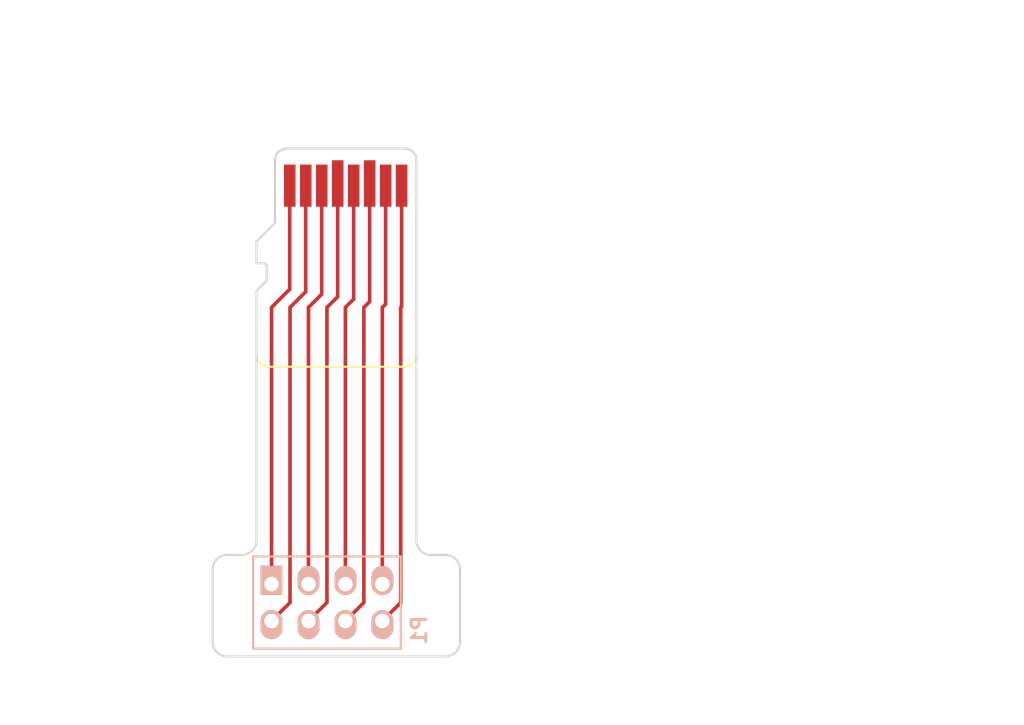
<source format=kicad_pcb>

(kicad_pcb
  (version 4)
  (host pcbnew 4.0.2-stable)
  (general
    (links 8)
    (no_connects 0)
    (area 141.924999 89.949937 159.090001 125.075001)
    (thickness 1.6)
    (drawings 38)
    (tracks 28)
    (zones 0)
    (modules 2)
    (nets 9))
  (page A4)
  (title_block
    (title "Micro SD card adapter")
    (date 2016-02-26)
    (rev 1)
    (company SRPOL)
    (comment 1 "Author: Adam Malinowski <a.malinowsk2@partner.samsung.com>")
    (comment 2 "Copyright (c) 2016 Samsung Electronics Co., Ltd All Rights Reserved"))
  (layers
    (0 F.Cu signal)
    (31 B.Cu signal)
    (32 B.Adhes user)
    (33 F.Adhes user)
    (34 B.Paste user)
    (35 F.Paste user)
    (36 B.SilkS user)
    (37 F.SilkS user)
    (38 B.Mask user)
    (39 F.Mask user)
    (40 Dwgs.User user)
    (41 Cmts.User user)
    (42 Eco1.User user)
    (43 Eco2.User user)
    (44 Edge.Cuts user)
    (45 Margin user)
    (46 B.CrtYd user)
    (47 F.CrtYd user)
    (48 B.Fab user)
    (49 F.Fab user))
  (setup
    (last_trace_width 0.25)
    (trace_clearance 0.1524)
    (zone_clearance 0.508)
    (zone_45_only no)
    (trace_min 0.1524)
    (segment_width 0.15)
    (edge_width 0.15)
    (via_size 0.6)
    (via_drill 0.4)
    (via_min_size 0.4)
    (via_min_drill 0.3)
    (uvia_size 0.3)
    (uvia_drill 0.1)
    (uvias_allowed no)
    (uvia_min_size 0.2)
    (uvia_min_drill 0.1)
    (pcb_text_width 0.3)
    (pcb_text_size 1.5 1.5)
    (mod_edge_width 0.15)
    (mod_text_size 1 1)
    (mod_text_width 0.15)
    (pad_size 0.8 2.9)
    (pad_drill 0)
    (pad_to_mask_clearance 0.2)
    (aux_axis_origin 0 0)
    (visible_elements FFFFFF7F)
    (pcbplotparams
      (layerselection 0x010f0_80000001)
      (usegerberextensions true)
      (excludeedgelayer true)
      (linewidth 0.2)
      (plotframeref false)
      (viasonmask false)
      (mode 1)
      (useauxorigin false)
      (hpglpennumber 1)
      (hpglpenspeed 20)
      (hpglpendiameter 15)
      (hpglpenoverlay 2)
      (psnegative false)
      (psa4output false)
      (plotreference true)
      (plotvalue true)
      (plotinvisibletext false)
      (padsonsilk true)
      (subtractmaskfromsilk false)
      (outputformat 1)
      (mirror false)
      (drillshape 0)
      (scaleselection 1)
      (outputdirectory fabrication-files/)))
  (net 0 "")
  (net 1 /N8)
  (net 2 /N7)
  (net 3 /N6)
  (net 4 /N5)
  (net 5 /N4)
  (net 6 /N3)
  (net 7 /N2)
  (net 8 /N1)
  (net_class Default "This is the default net class."
    (clearance 0.1524)
    (trace_width 0.25)
    (via_dia 0.6)
    (via_drill 0.4)
    (uvia_dia 0.3)
    (uvia_drill 0.1)
    (add_net /N1)
    (add_net /N2)
    (add_net /N3)
    (add_net /N4)
    (add_net /N5)
    (add_net /N6)
    (add_net /N7)
    (add_net /N8))
  (module connectors:PSB_IDC_4x2
    (layer B.Cu)
    (tedit 5.7681e+40)
    (tstamp 57681FCA)
    (at 149.86 121.285)
    (descr "PINS Box 4x2 2.54")
    (tags "CONN DEV")
    (path /561E0431)
    (fp_text reference P1
      (at 6.35 1.905 270)
      (layer B.SilkS)
      (effects
        (font
          (size 1 1)
          (thickness 0.2032))
        (justify mirror)))
    (fp_text value CONN_02X04
      (at 0 -4.445)
      (layer B.SilkS) hide
      (effects
        (font
          (size 1 1)
          (thickness 0.2032))
        (justify mirror)))
    (fp_line
      (start -5.08 3.175)
      (end 5.08 3.175)
      (layer B.SilkS)
      (width 0.15))
    (fp_line
      (start 5.08 3.175)
      (end 5.08 -3.175)
      (layer B.SilkS)
      (width 0.15))
    (fp_line
      (start 5.08 -3.175)
      (end -5.08 -3.175)
      (layer B.SilkS)
      (width 0.15))
    (fp_line
      (start -5.08 -3.175)
      (end -5.08 3.175)
      (layer B.SilkS)
      (width 0.15))
    (pad 8 thru_hole oval
      (at 3.81 1.27)
      (size 1.5 2)
      (drill 1
        (offset 0 0.25))
      (layers *.Cu *.Mask B.SilkS)
      (net 1 /N8))
    (pad 7 thru_hole oval
      (at 3.81 -1.27)
      (size 1.5 2)
      (drill 1
        (offset 0 -0.25))
      (layers *.Cu *.Mask B.SilkS)
      (net 2 /N7))
    (pad 1 thru_hole rect
      (at -3.81 -1.27)
      (size 1.5 2)
      (drill 1
        (offset 0 -0.25))
      (layers *.Cu *.Mask B.SilkS)
      (net 8 /N1))
    (pad 2 thru_hole oval
      (at -3.81 1.27)
      (size 1.5 2)
      (drill 1
        (offset 0 0.25))
      (layers *.Cu *.Mask B.SilkS)
      (net 7 /N2))
    (pad 3 thru_hole oval
      (at -1.27 -1.27)
      (size 1.5 2)
      (drill 1
        (offset 0 -0.25))
      (layers *.Cu *.Mask B.SilkS)
      (net 6 /N3))
    (pad 4 thru_hole oval
      (at -1.27 1.27)
      (size 1.5 2)
      (drill 1
        (offset 0 0.25))
      (layers *.Cu *.Mask B.SilkS)
      (net 5 /N4))
    (pad 5 thru_hole oval
      (at 1.27 -1.27)
      (size 1.5 2)
      (drill 1
        (offset 0 -0.25))
      (layers *.Cu *.Mask B.SilkS)
      (net 4 /N5))
    (pad 6 thru_hole oval
      (at 1.27 1.27)
      (size 1.5 2)
      (drill 1
        (offset 0 0.25))
      (layers *.Cu *.Mask B.SilkS)
      (net 3 /N6)))
  (module connectors:usd
    (layer F.Cu)
    (tedit inf)
    (tstamp 561EEEF7)
    (at 147.3 92.58)
    (path /561E06AA)
    (fp_text reference J1
      (at 3.79 2.35)
      (layer F.SilkS) hide
      (effects
        (font
          (size 1 1)
          (thickness 0.15))))
    (fp_text value usd-plug
      (at 3.64 -2.55)
      (layer F.Fab) hide
      (effects
        (font
          (size 1 1)
          (thickness 0.15))))
    (pad 8 smd rect
      (at 7.7 0)
      (size 0.8 2.9)
      (layers F.Cu F.Paste F.Mask)
      (net 1 /N8))
    (pad 7 smd rect
      (at 6.6 0)
      (size 0.8 2.9)
      (layers F.Cu F.Paste F.Mask)
      (net 2 /N7))
    (pad 6 smd rect
      (at 5.5 -0.15)
      (size 0.8 3.2)
      (layers F.Cu F.Paste F.Mask)
      (net 3 /N6))
    (pad 5 smd rect
      (at 4.4 0)
      (size 0.8 2.9)
      (layers F.Cu F.Paste F.Mask)
      (net 4 /N5))
    (pad 4 smd rect
      (at 3.3 -0.15)
      (size 0.8 3.2)
      (layers F.Cu F.Paste F.Mask)
      (net 5 /N4))
    (pad 3 smd rect
      (at 2.2 0)
      (size 0.8 2.9)
      (layers F.Cu F.Paste F.Mask)
      (net 6 /N3))
    (pad 2 smd rect
      (at 1.1 0)
      (size 0.8 2.9)
      (layers F.Cu F.Paste F.Mask)
      (net 7 /N2))
    (pad 1 smd rect
      (at 0 0)
      (size 0.8 2.9)
      (layers F.Cu F.Paste F.Mask)
      (net 8 /N1)))
  (gr_line
    (start 144.015 118)
    (end 143 118)
    (angle 90)
    (layer Edge.Cuts)
    (width 0.15))
  (gr_line
    (start 157.015 118.005)
    (end 158.025 118.005)
    (angle 90)
    (layer Edge.Cuts)
    (width 0.15))
  (gr_line
    (start 158.015 125)
    (end 143 125)
    (angle 90)
    (layer Edge.Cuts)
    (width 0.15))
  (gr_line
    (start 159.015 119.005)
    (end 159.015 124)
    (angle 90)
    (layer Edge.Cuts)
    (width 0.15))
  (gr_line
    (start 142 119)
    (end 142 124)
    (angle 90)
    (layer Edge.Cuts)
    (width 0.15))
  (gr_line
    (start 156.4 89.95)
    (end 157.3 89.6)
    (layer Cmts.User)
    (width 0.15))
  (gr_line
    (start 156.4 89.95)
    (end 156.75 89.05)
    (layer Cmts.User)
    (width 0.15))
  (gr_line
    (start 161.65 84.6)
    (end 197.75 84.6)
    (layer Cmts.User)
    (width 0.15))
  (gr_line
    (start 156.4 89.95)
    (end 161.65 84.6)
    (layer Cmts.User)
    (width 0.15))
  (gr_line
    (start 156.75 89.55)
    (end 145.75 89.55)
    (layer Cmts.User)
    (width 0.15))
  (gr_line
    (start 156.75 94.55)
    (end 156.75 89.55)
    (layer Cmts.User)
    (width 0.15))
  (gr_line
    (start 145.75 94.55)
    (end 156.75 94.55)
    (layer Cmts.User)
    (width 0.15))
  (gr_line
    (start 145.75 89.55)
    (end 145.75 94.55)
    (layer Cmts.User)
    (width 0.15))
  (gr_line
    (start 145.82 105.05)
    (end 155.215 105.05)
    (angle 90)
    (layer F.SilkS)
    (width 0.15)
    (tstamp 561EF05F))
  (gr_line
    (start 146.285 95.145)
    (end 146.285 90.825)
    (angle 90)
    (layer Edge.Cuts)
    (width 0.15))
  (gr_line
    (start 145.715 99.125)
    (end 145.015 99.825)
    (angle 90)
    (layer Edge.Cuts)
    (width 0.15))
  (gr_line
    (start 145.715 98.125)
    (end 145.715 99.125)
    (angle 90)
    (layer Edge.Cuts)
    (width 0.15))
  (gr_line
    (start 145.015 97.925)
    (end 145.515 97.925)
    (angle 90)
    (layer Edge.Cuts)
    (width 0.15))
  (gr_line
    (start 145.015 96.425)
    (end 145.015 97.925)
    (angle 90)
    (layer Edge.Cuts)
    (width 0.15))
  (gr_line
    (start 146.285 95.145)
    (end 145.015 96.415)
    (angle 90)
    (layer Edge.Cuts)
    (width 0.15))
  (gr_line
    (start 156.015 117)
    (end 156.015 90.825)
    (angle 90)
    (layer Edge.Cuts)
    (width 0.15))
  (gr_line
    (start 145.015 99.825)
    (end 145.015 117)
    (angle 90)
    (layer Edge.Cuts)
    (width 0.15))
  (gr_line
    (start 155.215 90.025)
    (end 147.085 90.025)
    (angle 90)
    (layer Edge.Cuts)
    (width 0.15))
  (gr_arc
    (start 143 124)
    (end 143 125)
    (angle 90)
    (layer Edge.Cuts)
    (width 0.15))
  (gr_arc
    (start 143 119)
    (end 142 119)
    (angle 90)
    (layer Edge.Cuts)
    (width 0.15))
  (gr_arc
    (start 158.015 124)
    (end 159.015 124)
    (angle 90)
    (layer Edge.Cuts)
    (width 0.15))
  (gr_arc
    (start 158.015 119.005)
    (end 158.015 118.005)
    (angle 90)
    (layer Edge.Cuts)
    (width 0.15))
  (gr_arc
    (start 157.015 117.005)
    (end 157.015 118.005)
    (angle 90)
    (layer Edge.Cuts)
    (width 0.15))
  (gr_arc
    (start 144.015 117)
    (end 145.015 117)
    (angle 90)
    (layer Edge.Cuts)
    (width 0.15))
  (gr_arc
    (start 145.815 104.25)
    (end 145.815 105.05)
    (angle 90)
    (layer F.SilkS)
    (width 0.15)
    (tstamp 561EF059))
  (gr_arc
    (start 155.215 104.25)
    (end 156.015 104.25)
    (angle 90)
    (layer F.SilkS)
    (width 0.15)
    (tstamp 561EF051))
  (gr_arc
    (start 145.515 98.125)
    (end 145.715 98.125)
    (angle -90)
    (layer Edge.Cuts)
    (width 0.15))
  (gr_arc
    (start 147.085 90.825)
    (end 147.085 90.025)
    (angle -90)
    (layer Edge.Cuts)
    (width 0.15))
  (gr_arc
    (start 155.215 90.825)
    (end 156.015 90.815)
    (angle -90)
    (layer Edge.Cuts)
    (width 0.15))
  (dimension 17
    (width 0.3)
    (layer Dwgs.User)
    (gr_text "17.000 mm"
      (at 150.5 130.35)
      (layer Dwgs.User)
      (effects
        (font
          (size 1.5 1.5)
          (thickness 0.3))))
    (feature1
      (pts
        (xy 159 127)
        (xy 159 131.7)))
    (feature2
      (pts
        (xy 142 127)
        (xy 142 131.7)))
    (crossbar
      (pts
        (xy 142 129)
        (xy 159 129)))
    (arrow1a
      (pts
        (xy 159 129)
        (xy 157.873496 129.586421)))
    (arrow1b
      (pts
        (xy 159 129)
        (xy 157.873496 128.413579)))
    (arrow2a
      (pts
        (xy 142 129)
        (xy 143.126504 129.586421)))
    (arrow2b
      (pts
        (xy 142 129)
        (xy 143.126504 128.413579))))
  (dimension 35
    (width 0.3)
    (layer Dwgs.User)
    (gr_text "35.000 mm"
      (at 133.65 107.5 270)
      (layer Dwgs.User)
      (effects
        (font
          (size 1.5 1.5)
          (thickness 0.3))))
    (feature1
      (pts
        (xy 147 125)
        (xy 132.3 125)))
    (feature2
      (pts
        (xy 147 90)
        (xy 132.3 90)))
    (crossbar
      (pts
        (xy 135 90)
        (xy 135 125)))
    (arrow1a
      (pts
        (xy 135 125)
        (xy 134.413579 123.873496)))
    (arrow1b
      (pts
        (xy 135 125)
        (xy 135.586421 123.873496)))
    (arrow2a
      (pts
        (xy 135 90)
        (xy 134.413579 91.126504)))
    (arrow2b
      (pts
        (xy 135 90)
        (xy 135.586421 91.126504))))
  (gr_text "2. Contacts coppered with gold"
    (at 179.55 83.4)
    (layer Cmts.User)
    (effects
      (font
        (size 1.5 1.5)
        (thickness 0.1))))
  (gr_text "1. Board thickness: 0.8mm"
    (at 176.95 80.85)
    (layer Cmts.User)
    (effects
      (font
        (size 1.5 1.5)
        (thickness 0.1))))
  (segment
    (start 155 92.58)
    (end 155 100.905)
    (width 0.25)
    (layer F.Cu)
    (net 1))
  (segment
    (start 154.94 121.285)
    (end 153.67 122.555)
    (width 0.25)
    (layer F.Cu)
    (net 1)
    (tstamp 5790DFFB))
  (segment
    (start 154.94 100.965)
    (end 154.94 121.285)
    (width 0.25)
    (layer F.Cu)
    (net 1)
    (tstamp 5790DFF8))
  (segment
    (start 155 100.905)
    (end 154.94 100.965)
    (width 0.25)
    (layer F.Cu)
    (net 1)
    (tstamp 5790DFF3))
  (segment
    (start 153.9 92.58)
    (end 153.9 100.735)
    (width 0.25)
    (layer F.Cu)
    (net 2))
  (segment
    (start 153.67 100.965)
    (end 153.67 120.015)
    (width 0.25)
    (layer F.Cu)
    (net 2)
    (tstamp 5790DFF0))
  (segment
    (start 153.9 100.735)
    (end 153.67 100.965)
    (width 0.25)
    (layer F.Cu)
    (net 2)
    (tstamp 5790DFEF))
  (segment
    (start 152.8 92.43)
    (end 152.8 100.565)
    (width 0.25)
    (layer F.Cu)
    (net 3))
  (segment
    (start 152.4 121.285)
    (end 151.13 122.555)
    (width 0.25)
    (layer F.Cu)
    (net 3)
    (tstamp 5790DFEB))
  (segment
    (start 152.4 100.965)
    (end 152.4 121.285)
    (width 0.25)
    (layer F.Cu)
    (net 3)
    (tstamp 5790DFE9))
  (segment
    (start 152.8 100.565)
    (end 152.4 100.965)
    (width 0.25)
    (layer F.Cu)
    (net 3)
    (tstamp 5790DFE8))
  (segment
    (start 151.7 92.58)
    (end 151.7 100.395)
    (width 0.25)
    (layer F.Cu)
    (net 4))
  (segment
    (start 151.13 100.965)
    (end 151.13 120.015)
    (width 0.25)
    (layer F.Cu)
    (net 4)
    (tstamp 5790DFE5))
  (segment
    (start 151.7 100.395)
    (end 151.13 100.965)
    (width 0.25)
    (layer F.Cu)
    (net 4)
    (tstamp 5790DFE4))
  (segment
    (start 150.6 92.43)
    (end 150.6 100.225)
    (width 0.25)
    (layer F.Cu)
    (net 5))
  (segment
    (start 149.86 121.285)
    (end 148.59 122.555)
    (width 0.25)
    (layer F.Cu)
    (net 5)
    (tstamp 5790DFE0))
  (segment
    (start 149.86 100.965)
    (end 149.86 121.285)
    (width 0.25)
    (layer F.Cu)
    (net 5)
    (tstamp 5790DFDF))
  (segment
    (start 150.6 100.225)
    (end 149.86 100.965)
    (width 0.25)
    (layer F.Cu)
    (net 5)
    (tstamp 5790DFDE))
  (segment
    (start 149.5 92.58)
    (end 149.5 100.055)
    (width 0.25)
    (layer F.Cu)
    (net 6))
  (segment
    (start 148.59 100.965)
    (end 148.59 120.015)
    (width 0.25)
    (layer F.Cu)
    (net 6)
    (tstamp 5790DFDB))
  (segment
    (start 149.5 100.055)
    (end 148.59 100.965)
    (width 0.25)
    (layer F.Cu)
    (net 6)
    (tstamp 5790DFD9))
  (segment
    (start 148.4 92.58)
    (end 148.4 99.885)
    (width 0.25)
    (layer F.Cu)
    (net 7))
  (segment
    (start 147.32 121.285)
    (end 146.05 122.555)
    (width 0.25)
    (layer F.Cu)
    (net 7)
    (tstamp 5790DFD5))
  (segment
    (start 147.32 100.965)
    (end 147.32 121.285)
    (width 0.25)
    (layer F.Cu)
    (net 7)
    (tstamp 5790DFD2))
  (segment
    (start 148.4 99.885)
    (end 147.32 100.965)
    (width 0.25)
    (layer F.Cu)
    (net 7)
    (tstamp 5790DFD0))
  (segment
    (start 147.3 92.58)
    (end 147.3 99.715)
    (width 0.25)
    (layer F.Cu)
    (net 8))
  (segment
    (start 146.05 100.965)
    (end 146.05 120.015)
    (width 0.25)
    (layer F.Cu)
    (net 8)
    (tstamp 5790DFC5))
  (segment
    (start 147.3 99.715)
    (end 146.05 100.965)
    (width 0.25)
    (layer F.Cu)
    (net 8)
    (tstamp 5790DFC0)))
</source>
